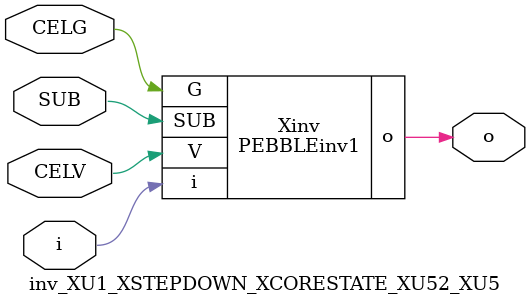
<source format=v>



module PEBBLEinv1 ( o, G, SUB, V, i );

  input V;
  input i;
  input G;
  output o;
  input SUB;
endmodule

//Celera Confidential Do Not Copy inv_XU1_XSTEPDOWN_XCORESTATE_XU52_XU5
//Celera Confidential Symbol Generator
//5V Inverter
module inv_XU1_XSTEPDOWN_XCORESTATE_XU52_XU5 (CELV,CELG,i,o,SUB);
input CELV;
input CELG;
input i;
input SUB;
output o;

//Celera Confidential Do Not Copy inv
PEBBLEinv1 Xinv(
.V (CELV),
.i (i),
.o (o),
.SUB (SUB),
.G (CELG)
);
//,diesize,PEBBLEinv1

//Celera Confidential Do Not Copy Module End
//Celera Schematic Generator
endmodule

</source>
